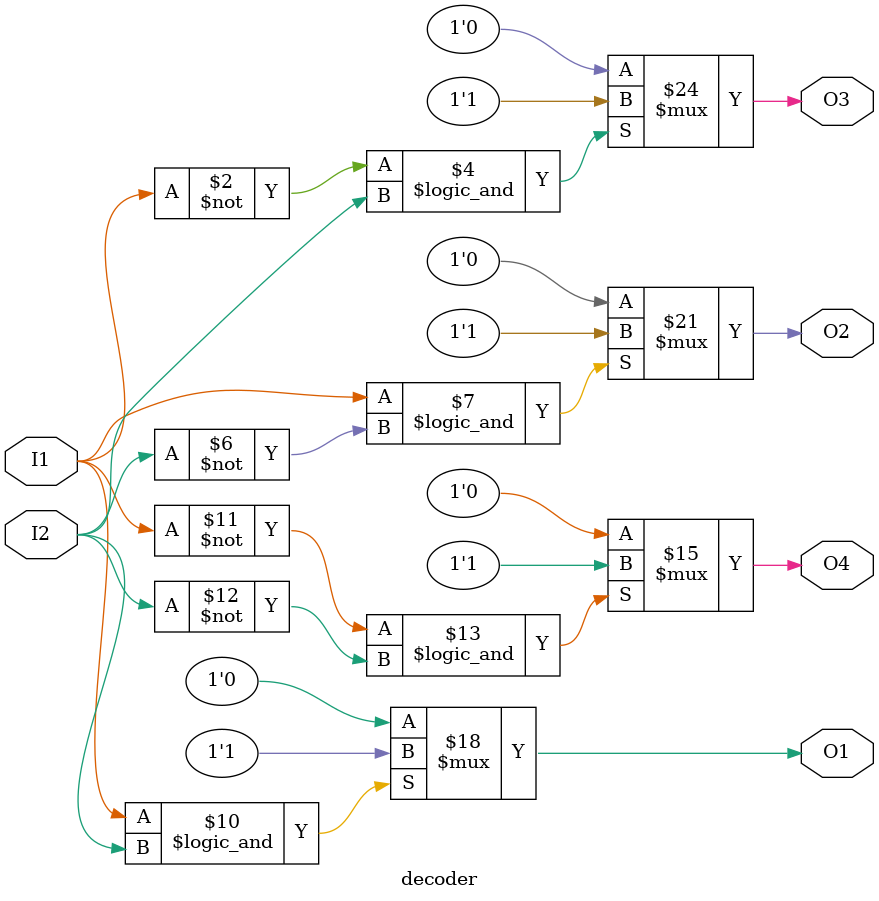
<source format=v>

module decoder(O1,O2,O3,O4,I1,I2);
output reg O1;
output reg O2;
output reg O3;
output reg O4;
input I1;
input I2;
//or (O1,I2, I1);
 //assign O1=I2 & I1;
always @(I1 or I2) begin
    O1=1'b0;
    O2=1'b0;
    O3=1'b0;
    O4=1'b0;
        if ((I1 == 1'b0)&&(I2==1'b1))
        O3=1;

        if ((I1 == 1'b1)&&(I2==1'b0))
        O2=1;

        if ((I1 == 1'b1)&&(I2==1'b1))
        O1=1;

        if ((I1 == 1'b0)&&(I2==1'b0))
        O4=1;

    end

endmodule

</source>
